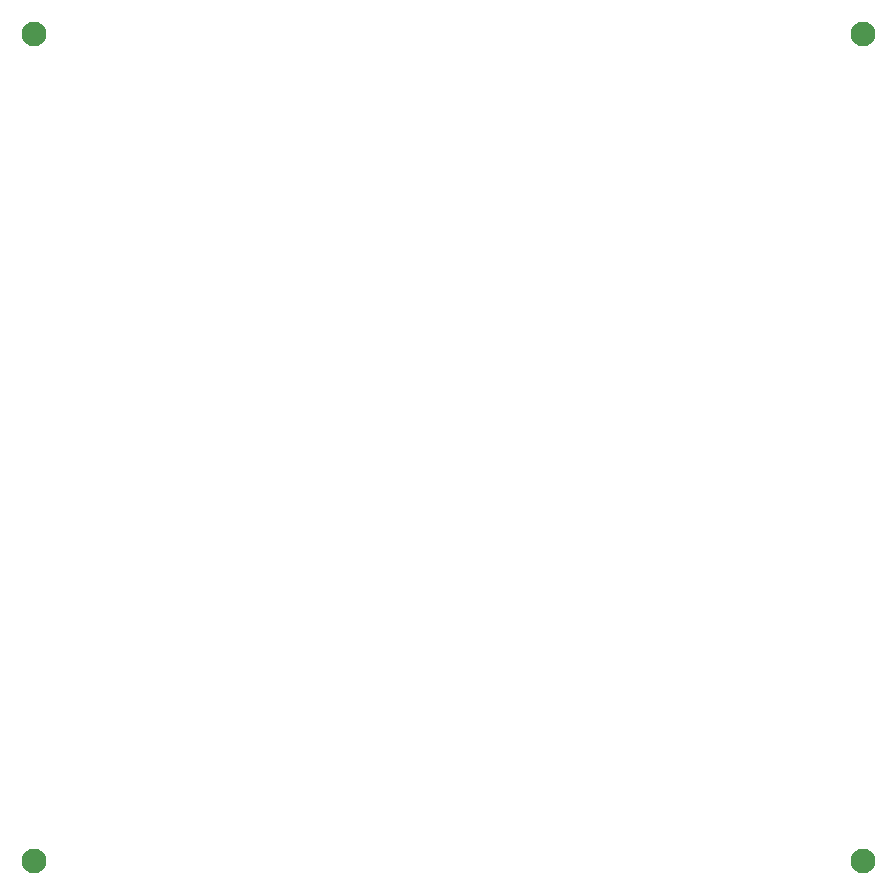
<source format=gbr>
%TF.GenerationSoftware,KiCad,Pcbnew,9.0.0*%
%TF.CreationDate,2025-05-16T17:37:23-07:00*%
%TF.ProjectId,current_measure_board,63757272-656e-4745-9f6d-656173757265,rev?*%
%TF.SameCoordinates,Original*%
%TF.FileFunction,Soldermask,Bot*%
%TF.FilePolarity,Negative*%
%FSLAX46Y46*%
G04 Gerber Fmt 4.6, Leading zero omitted, Abs format (unit mm)*
G04 Created by KiCad (PCBNEW 9.0.0) date 2025-05-16 17:37:23*
%MOMM*%
%LPD*%
G01*
G04 APERTURE LIST*
%ADD10C,2.100000*%
G04 APERTURE END LIST*
D10*
%TO.C,REF\u002A\u002A*%
X112400000Y-60850000D03*
%TD*%
%TO.C,REF\u002A\u002A*%
X182600000Y-130900000D03*
%TD*%
%TO.C,REF\u002A\u002A*%
X112400000Y-130900000D03*
%TD*%
%TO.C,REF\u002A\u002A*%
X182600000Y-60850000D03*
%TD*%
M02*

</source>
